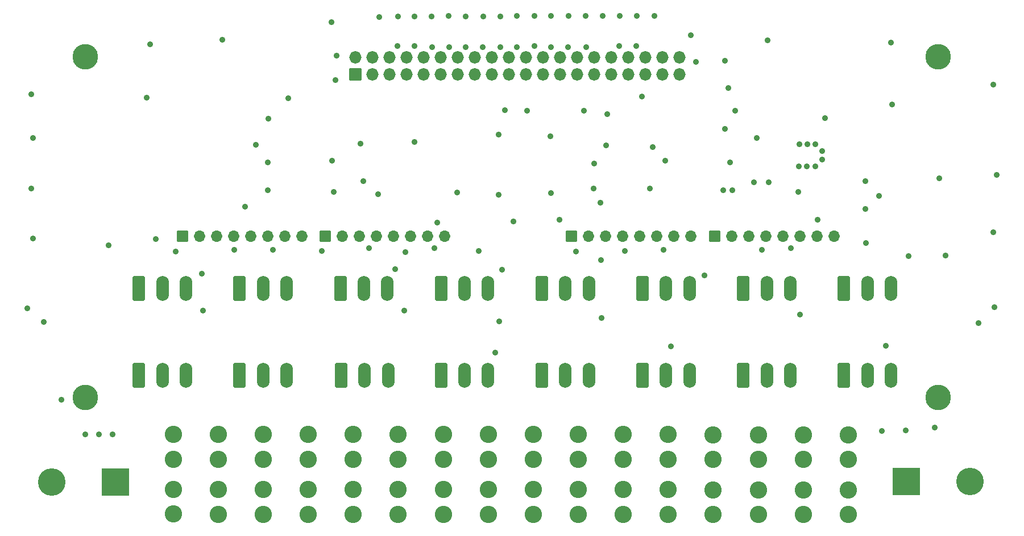
<source format=gbr>
%TF.GenerationSoftware,KiCad,Pcbnew,(6.0.7)*%
%TF.CreationDate,2022-08-12T23:29:05-04:00*%
%TF.ProjectId,PB_16,50425f31-362e-46b6-9963-61645f706362,v4*%
%TF.SameCoordinates,Original*%
%TF.FileFunction,Soldermask,Bot*%
%TF.FilePolarity,Negative*%
%FSLAX46Y46*%
G04 Gerber Fmt 4.6, Leading zero omitted, Abs format (unit mm)*
G04 Created by KiCad (PCBNEW (6.0.7)) date 2022-08-12 23:29:05*
%MOMM*%
%LPD*%
G01*
G04 APERTURE LIST*
G04 Aperture macros list*
%AMRoundRect*
0 Rectangle with rounded corners*
0 $1 Rounding radius*
0 $2 $3 $4 $5 $6 $7 $8 $9 X,Y pos of 4 corners*
0 Add a 4 corners polygon primitive as box body*
4,1,4,$2,$3,$4,$5,$6,$7,$8,$9,$2,$3,0*
0 Add four circle primitives for the rounded corners*
1,1,$1+$1,$2,$3*
1,1,$1+$1,$4,$5*
1,1,$1+$1,$6,$7*
1,1,$1+$1,$8,$9*
0 Add four rect primitives between the rounded corners*
20,1,$1+$1,$2,$3,$4,$5,0*
20,1,$1+$1,$4,$5,$6,$7,0*
20,1,$1+$1,$6,$7,$8,$9,0*
20,1,$1+$1,$8,$9,$2,$3,0*%
G04 Aperture macros list end*
%ADD10RoundRect,0.301000X-0.650000X-1.550000X0.650000X-1.550000X0.650000X1.550000X-0.650000X1.550000X0*%
%ADD11O,1.902000X3.702000*%
%ADD12C,2.577000*%
%ADD13RoundRect,0.051000X-0.800000X-0.800000X0.800000X-0.800000X0.800000X0.800000X-0.800000X0.800000X0*%
%ADD14O,1.702000X1.702000*%
%ADD15C,3.802000*%
%ADD16RoundRect,0.051000X0.863600X-0.863600X0.863600X0.863600X-0.863600X0.863600X-0.863600X-0.863600X0*%
%ADD17O,1.829200X1.829200*%
%ADD18RoundRect,0.051000X2.000000X2.000000X-2.000000X2.000000X-2.000000X-2.000000X2.000000X-2.000000X0*%
%ADD19C,4.102000*%
%ADD20RoundRect,0.051000X-2.000000X-2.000000X2.000000X-2.000000X2.000000X2.000000X-2.000000X2.000000X0*%
%ADD21C,0.902000*%
G04 APERTURE END LIST*
D10*
%TO.C,J2*%
X-112017200Y3500D03*
D11*
X-108517200Y3500D03*
X-105017200Y3500D03*
%TD*%
D10*
%TO.C,J5*%
X-82017200Y13003500D03*
D11*
X-78517200Y13003500D03*
X-75017200Y13003500D03*
%TD*%
D10*
%TO.C,J6*%
X-81902858Y3500D03*
D11*
X-78402858Y3500D03*
X-74902858Y3500D03*
%TD*%
D10*
%TO.C,J7*%
X-67017200Y13003500D03*
D11*
X-63517200Y13003500D03*
X-60017200Y13003500D03*
%TD*%
D10*
%TO.C,J8*%
X-67017200Y3500D03*
D11*
X-63517200Y3500D03*
X-60017200Y3500D03*
%TD*%
D10*
%TO.C,J9*%
X-52017200Y13003500D03*
D11*
X-48517200Y13003500D03*
X-45017200Y13003500D03*
%TD*%
D10*
%TO.C,J10*%
X-52017200Y3500D03*
D11*
X-48517200Y3500D03*
X-45017200Y3500D03*
%TD*%
D10*
%TO.C,J11*%
X-37017200Y13003500D03*
D11*
X-33517200Y13003500D03*
X-30017200Y13003500D03*
%TD*%
D10*
%TO.C,J12*%
X-37017200Y3500D03*
D11*
X-33517200Y3500D03*
X-30017200Y3500D03*
%TD*%
D10*
%TO.C,J13*%
X-22017200Y13003500D03*
D11*
X-18517200Y13003500D03*
X-15017200Y13003500D03*
%TD*%
D10*
%TO.C,J14*%
X-22017200Y3500D03*
D11*
X-18517200Y3500D03*
X-15017200Y3500D03*
%TD*%
D10*
%TO.C,J15*%
X-7017200Y13003500D03*
D11*
X-3517200Y13003500D03*
X-17200Y13003500D03*
%TD*%
D10*
%TO.C,J16*%
X-7017200Y3500D03*
D11*
X-3517200Y3500D03*
X-17200Y3500D03*
%TD*%
D12*
%TO.C,F1*%
X-106894600Y-20685100D03*
X-106894600Y-16985100D03*
X-106894600Y-12485100D03*
X-106894600Y-8785100D03*
%TD*%
%TO.C,F7*%
X-66692002Y-20695100D03*
X-66692002Y-16995100D03*
X-66692002Y-12495100D03*
X-66692002Y-8795100D03*
%TD*%
%TO.C,F14*%
X-19788971Y-20760100D03*
X-19788971Y-17060100D03*
X-19788971Y-12560100D03*
X-19788971Y-8860100D03*
%TD*%
%TO.C,F2*%
X-100194167Y-20700100D03*
X-100194167Y-17000100D03*
X-100194167Y-12500100D03*
X-100194167Y-8800100D03*
%TD*%
%TO.C,F6*%
X-73392435Y-20695100D03*
X-73392435Y-16995100D03*
X-73392435Y-12495100D03*
X-73392435Y-8795100D03*
%TD*%
%TO.C,F8*%
X-59991569Y-20695100D03*
X-59991569Y-16995100D03*
X-59991569Y-12495100D03*
X-59991569Y-8795100D03*
%TD*%
%TO.C,F9*%
X-53291136Y-20695100D03*
X-53291136Y-16995100D03*
X-53291136Y-12495100D03*
X-53291136Y-8795100D03*
%TD*%
%TO.C,F10*%
X-46590703Y-20695100D03*
X-46590703Y-16995100D03*
X-46590703Y-12495100D03*
X-46590703Y-8795100D03*
%TD*%
%TO.C,F16*%
X-6388100Y-20760100D03*
X-6388100Y-17060100D03*
X-6388100Y-12560100D03*
X-6388100Y-8860100D03*
%TD*%
%TO.C,F5*%
X-80092868Y-20695100D03*
X-80092868Y-16995100D03*
X-80092868Y-12495100D03*
X-80092868Y-8795100D03*
%TD*%
%TO.C,F3*%
X-93493734Y-20700100D03*
X-93493734Y-17000100D03*
X-93493734Y-12500100D03*
X-93493734Y-8800100D03*
%TD*%
%TO.C,F13*%
X-26489404Y-20760100D03*
X-26489404Y-17060100D03*
X-26489404Y-12560100D03*
X-26489404Y-8860100D03*
%TD*%
D13*
%TO.C,RN1*%
X-105555700Y20789900D03*
D14*
X-103015700Y20789900D03*
X-100475700Y20789900D03*
X-97935700Y20789900D03*
X-95395700Y20789900D03*
X-92855700Y20789900D03*
X-90315700Y20789900D03*
X-87775700Y20789900D03*
%TD*%
D12*
%TO.C,F11*%
X-39890270Y-20695100D03*
X-39890270Y-16995100D03*
X-39890270Y-12495100D03*
X-39890270Y-8795100D03*
%TD*%
D13*
%TO.C,RN3*%
X-47631000Y20789900D03*
D14*
X-45091000Y20789900D03*
X-42551000Y20789900D03*
X-40011000Y20789900D03*
X-37471000Y20789900D03*
X-34931000Y20789900D03*
X-32391000Y20789900D03*
X-29851000Y20789900D03*
%TD*%
D13*
%TO.C,RN4*%
X-26304600Y20789900D03*
D14*
X-23764600Y20789900D03*
X-21224600Y20789900D03*
X-18684600Y20789900D03*
X-16144600Y20789900D03*
X-13604600Y20789900D03*
X-11064600Y20789900D03*
X-8524600Y20789900D03*
%TD*%
D13*
%TO.C,RN2*%
X-84264500Y20789900D03*
D14*
X-81724500Y20789900D03*
X-79184500Y20789900D03*
X-76644500Y20789900D03*
X-74104500Y20789900D03*
X-71564500Y20789900D03*
X-69024500Y20789900D03*
X-66484500Y20789900D03*
%TD*%
D12*
%TO.C,F4*%
X-86793301Y-20700100D03*
X-86793301Y-17000100D03*
X-86793301Y-12500100D03*
X-86793301Y-8800100D03*
%TD*%
D10*
%TO.C,J1*%
X-112017200Y13003500D03*
D11*
X-108517200Y13003500D03*
X-105017200Y13003500D03*
%TD*%
D10*
%TO.C,J3*%
X-97017200Y13003500D03*
D11*
X-93517200Y13003500D03*
X-90017200Y13003500D03*
%TD*%
D10*
%TO.C,J4*%
X-97017200Y3500D03*
D11*
X-93517200Y3500D03*
X-90017200Y3500D03*
%TD*%
D12*
%TO.C,F15*%
X-13088538Y-20760100D03*
X-13088538Y-17060100D03*
X-13088538Y-12560100D03*
X-13088538Y-8860100D03*
%TD*%
%TO.C,F12*%
X-33189837Y-20695100D03*
X-33189837Y-16995100D03*
X-33189837Y-12495100D03*
X-33189837Y-8795100D03*
%TD*%
D15*
%TO.C,REF\u002A\u002A*%
X-120004200Y47536900D03*
%TD*%
%TO.C,REF\u002A\u002A*%
X6995800Y47536900D03*
%TD*%
D16*
%TO.C,J19*%
X-79816200Y44845700D03*
D17*
X-79816200Y47385700D03*
X-77276200Y44845700D03*
X-77276200Y47385700D03*
X-74736200Y44845700D03*
X-74736200Y47385700D03*
X-72196200Y44845700D03*
X-72196200Y47385700D03*
X-69656200Y44845700D03*
X-69656200Y47385700D03*
X-67116200Y44845700D03*
X-67116200Y47385700D03*
X-64576200Y44845700D03*
X-64576200Y47385700D03*
X-62036200Y44845700D03*
X-62036200Y47385700D03*
X-59496200Y44845700D03*
X-59496200Y47385700D03*
X-56956200Y44845700D03*
X-56956200Y47385700D03*
X-54416200Y44845700D03*
X-54416200Y47385700D03*
X-51876200Y44845700D03*
X-51876200Y47385700D03*
X-49336200Y44845700D03*
X-49336200Y47385700D03*
X-46796200Y44845700D03*
X-46796200Y47385700D03*
X-44256200Y44845700D03*
X-44256200Y47385700D03*
X-41716200Y44845700D03*
X-41716200Y47385700D03*
X-39176200Y44845700D03*
X-39176200Y47385700D03*
X-36636200Y44845700D03*
X-36636200Y47385700D03*
X-34096200Y44845700D03*
X-34096200Y47385700D03*
X-31556200Y44845700D03*
X-31556200Y47385700D03*
%TD*%
D18*
%TO.C,J17*%
X-115516200Y-15914300D03*
D19*
X-125016200Y-15914300D03*
%TD*%
D15*
%TO.C,REF\u002A\u002A*%
X7010400Y-3263100D03*
%TD*%
D20*
%TO.C,J18*%
X2283800Y-15814300D03*
D19*
X11783800Y-15814300D03*
%TD*%
D15*
%TO.C,REF\u002A\u002A*%
X-119989600Y-3263100D03*
%TD*%
D21*
X-102466200Y9635700D03*
X-43116200Y8585700D03*
X-58216200Y53535700D03*
X-24016200Y31785700D03*
X2583800Y17785700D03*
X-29066200Y46785700D03*
X15183800Y21385700D03*
X-77766200Y18935700D03*
X-37866200Y53635700D03*
X-128066200Y27885700D03*
X-48066200Y53635700D03*
X-54216200Y39485700D03*
X-116566200Y19385700D03*
X-67566200Y22785700D03*
X-65816200Y48985700D03*
X-63316200Y53535700D03*
X-50716200Y35685700D03*
X-68316200Y48985700D03*
X-33866200Y18685700D03*
X-18416200Y49985700D03*
X-44266200Y27835700D03*
X-55716200Y48985700D03*
X-58966200Y3435700D03*
X-76416200Y26985700D03*
X-64616200Y27235700D03*
X-1816200Y26785700D03*
X15183800Y43385700D03*
X-58216200Y48985700D03*
X-42966200Y53635700D03*
X-55716200Y53585700D03*
X-71016200Y49085700D03*
X-46916200Y18435700D03*
X-3766200Y19735700D03*
X-10266200Y33485700D03*
X-40416200Y53635700D03*
X-44216200Y31585700D03*
X-27816200Y14885700D03*
X-92816200Y27585700D03*
X-76216200Y53435700D03*
X-40516200Y49085700D03*
X-110316200Y49385700D03*
X-23216200Y39485700D03*
X-45716200Y39485700D03*
X-120004200Y-8826300D03*
X-56266200Y22985700D03*
X-50616200Y48985700D03*
X-50616200Y27185700D03*
X-45516200Y53585700D03*
X-84816200Y18585700D03*
X15383800Y10185700D03*
X2133800Y-8164300D03*
X-92816200Y31785700D03*
X-73466200Y53535700D03*
X-11266200Y31185700D03*
X-39616200Y18585700D03*
X-127816200Y20385700D03*
X-12516200Y31185700D03*
X-82716200Y44035700D03*
X-13716200Y31185700D03*
X15683800Y29885700D03*
X-3816200Y24785700D03*
X-73516200Y49085700D03*
X-24716200Y36785700D03*
X-68016200Y18935700D03*
X-53116200Y53635700D03*
X-65866200Y53585700D03*
X-35916200Y27835700D03*
X-92016200Y18685700D03*
X-92766200Y38285700D03*
X-48116200Y48985700D03*
X-25016200Y27585700D03*
X183800Y40385700D03*
X-20016200Y35385700D03*
X-60766200Y53535700D03*
X-14916200Y18985700D03*
X-66200Y49635700D03*
X-128066200Y41885700D03*
X-106516200Y18435700D03*
X-35516200Y34085700D03*
X-128616200Y9985700D03*
X-82616200Y47685700D03*
X-50616200Y53635700D03*
X-73866200Y15835700D03*
X-20416200Y28785700D03*
X-10266200Y32185700D03*
X-9816200Y38385700D03*
X-35266200Y53635700D03*
X-70966200Y53535700D03*
X-13816200Y27385700D03*
X-18216200Y28785700D03*
X-83016200Y27385700D03*
X8083800Y17835700D03*
X-96216200Y25185700D03*
X6487800Y-7810300D03*
X-61416200Y18585700D03*
X-79016200Y34585700D03*
X-102666200Y15185700D03*
X-43166200Y17185700D03*
X-13666200Y34435700D03*
X-53116200Y49085700D03*
X-24266200Y42835700D03*
X-68416200Y53535700D03*
X-13566200Y9085700D03*
X-49366200Y23235700D03*
X-29856200Y50685700D03*
X-63316200Y48985700D03*
X-19216200Y18685700D03*
X-94616200Y34385700D03*
X-57966200Y15785700D03*
X-33616200Y31985700D03*
X-72466200Y9635700D03*
X-32766200Y4335700D03*
X-11266200Y34435700D03*
X-126216200Y7985700D03*
X-58366200Y8085700D03*
X-83316200Y52685700D03*
X-24766200Y46885700D03*
X-72316200Y18385700D03*
X-43316200Y25785700D03*
X-10916200Y23235700D03*
X-42416200Y34285700D03*
X-57516200Y39585700D03*
X-12466200Y34435700D03*
X-45416200Y48985700D03*
X-37116200Y41585700D03*
X-99616200Y50085700D03*
X-117972200Y-8826300D03*
X7183800Y29385700D03*
X-127816200Y35385700D03*
X-1366200Y-8264300D03*
X-110816200Y41385700D03*
X-816200Y4385700D03*
X-42316200Y38985700D03*
X-58416200Y35935700D03*
X-97816200Y18685700D03*
X-23616200Y27585700D03*
X-115940200Y-8826300D03*
X-37916200Y49085700D03*
X-123566200Y-3614300D03*
X-60816200Y48985700D03*
X-58416200Y26935700D03*
X-3816200Y28985700D03*
X-89766200Y41285700D03*
X-71016200Y34785700D03*
X-109466200Y20335700D03*
X-78616200Y28985700D03*
X-83216200Y31985700D03*
X12983800Y7785700D03*
M02*

</source>
